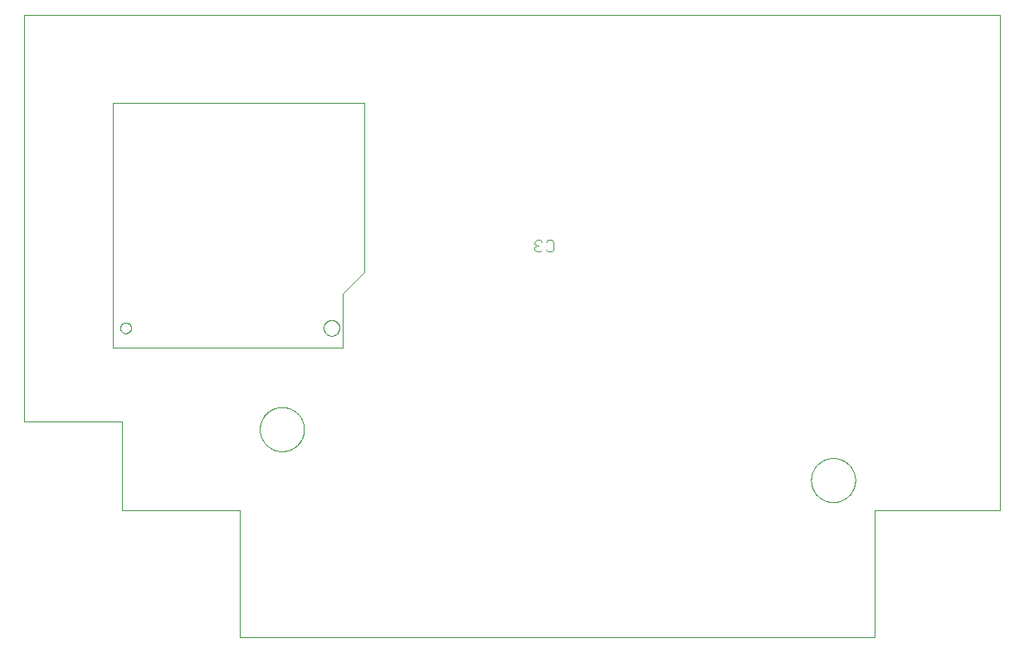
<source format=gbo>
G75*
%MOIN*%
%OFA0B0*%
%FSLAX25Y25*%
%IPPOS*%
%LPD*%
%AMOC8*
5,1,8,0,0,1.08239X$1,22.5*
%
%ADD10C,0.00000*%
%ADD11C,0.00394*%
%ADD12C,0.00400*%
D10*
X0044370Y0056181D02*
X0044370Y0091614D01*
X0005000Y0091614D01*
X0005000Y0255000D01*
X0396732Y0255000D01*
X0396732Y0056161D01*
X0346614Y0056161D01*
X0346614Y0056181D01*
X0346614Y0056161D02*
X0346614Y0005000D01*
X0091614Y0005000D01*
X0091614Y0056181D01*
X0044370Y0056181D01*
X0099607Y0088654D02*
X0099610Y0088871D01*
X0099618Y0089089D01*
X0099631Y0089306D01*
X0099650Y0089522D01*
X0099674Y0089738D01*
X0099703Y0089954D01*
X0099737Y0090168D01*
X0099777Y0090382D01*
X0099822Y0090595D01*
X0099872Y0090806D01*
X0099928Y0091017D01*
X0099988Y0091225D01*
X0100054Y0091433D01*
X0100125Y0091638D01*
X0100201Y0091842D01*
X0100281Y0092044D01*
X0100367Y0092244D01*
X0100457Y0092441D01*
X0100553Y0092637D01*
X0100653Y0092830D01*
X0100758Y0093020D01*
X0100867Y0093208D01*
X0100981Y0093393D01*
X0101100Y0093575D01*
X0101223Y0093755D01*
X0101350Y0093931D01*
X0101482Y0094104D01*
X0101618Y0094273D01*
X0101758Y0094440D01*
X0101902Y0094603D01*
X0102050Y0094762D01*
X0102201Y0094918D01*
X0102357Y0095069D01*
X0102516Y0095217D01*
X0102679Y0095361D01*
X0102846Y0095501D01*
X0103015Y0095637D01*
X0103188Y0095769D01*
X0103364Y0095896D01*
X0103544Y0096019D01*
X0103726Y0096138D01*
X0103911Y0096252D01*
X0104099Y0096361D01*
X0104289Y0096466D01*
X0104482Y0096566D01*
X0104678Y0096662D01*
X0104875Y0096752D01*
X0105075Y0096838D01*
X0105277Y0096918D01*
X0105481Y0096994D01*
X0105686Y0097065D01*
X0105894Y0097131D01*
X0106102Y0097191D01*
X0106313Y0097247D01*
X0106524Y0097297D01*
X0106737Y0097342D01*
X0106951Y0097382D01*
X0107165Y0097416D01*
X0107381Y0097445D01*
X0107597Y0097469D01*
X0107813Y0097488D01*
X0108030Y0097501D01*
X0108248Y0097509D01*
X0108465Y0097512D01*
X0108682Y0097509D01*
X0108900Y0097501D01*
X0109117Y0097488D01*
X0109333Y0097469D01*
X0109549Y0097445D01*
X0109765Y0097416D01*
X0109979Y0097382D01*
X0110193Y0097342D01*
X0110406Y0097297D01*
X0110617Y0097247D01*
X0110828Y0097191D01*
X0111036Y0097131D01*
X0111244Y0097065D01*
X0111449Y0096994D01*
X0111653Y0096918D01*
X0111855Y0096838D01*
X0112055Y0096752D01*
X0112252Y0096662D01*
X0112448Y0096566D01*
X0112641Y0096466D01*
X0112831Y0096361D01*
X0113019Y0096252D01*
X0113204Y0096138D01*
X0113386Y0096019D01*
X0113566Y0095896D01*
X0113742Y0095769D01*
X0113915Y0095637D01*
X0114084Y0095501D01*
X0114251Y0095361D01*
X0114414Y0095217D01*
X0114573Y0095069D01*
X0114729Y0094918D01*
X0114880Y0094762D01*
X0115028Y0094603D01*
X0115172Y0094440D01*
X0115312Y0094273D01*
X0115448Y0094104D01*
X0115580Y0093931D01*
X0115707Y0093755D01*
X0115830Y0093575D01*
X0115949Y0093393D01*
X0116063Y0093208D01*
X0116172Y0093020D01*
X0116277Y0092830D01*
X0116377Y0092637D01*
X0116473Y0092441D01*
X0116563Y0092244D01*
X0116649Y0092044D01*
X0116729Y0091842D01*
X0116805Y0091638D01*
X0116876Y0091433D01*
X0116942Y0091225D01*
X0117002Y0091017D01*
X0117058Y0090806D01*
X0117108Y0090595D01*
X0117153Y0090382D01*
X0117193Y0090168D01*
X0117227Y0089954D01*
X0117256Y0089738D01*
X0117280Y0089522D01*
X0117299Y0089306D01*
X0117312Y0089089D01*
X0117320Y0088871D01*
X0117323Y0088654D01*
X0117320Y0088437D01*
X0117312Y0088219D01*
X0117299Y0088002D01*
X0117280Y0087786D01*
X0117256Y0087570D01*
X0117227Y0087354D01*
X0117193Y0087140D01*
X0117153Y0086926D01*
X0117108Y0086713D01*
X0117058Y0086502D01*
X0117002Y0086291D01*
X0116942Y0086083D01*
X0116876Y0085875D01*
X0116805Y0085670D01*
X0116729Y0085466D01*
X0116649Y0085264D01*
X0116563Y0085064D01*
X0116473Y0084867D01*
X0116377Y0084671D01*
X0116277Y0084478D01*
X0116172Y0084288D01*
X0116063Y0084100D01*
X0115949Y0083915D01*
X0115830Y0083733D01*
X0115707Y0083553D01*
X0115580Y0083377D01*
X0115448Y0083204D01*
X0115312Y0083035D01*
X0115172Y0082868D01*
X0115028Y0082705D01*
X0114880Y0082546D01*
X0114729Y0082390D01*
X0114573Y0082239D01*
X0114414Y0082091D01*
X0114251Y0081947D01*
X0114084Y0081807D01*
X0113915Y0081671D01*
X0113742Y0081539D01*
X0113566Y0081412D01*
X0113386Y0081289D01*
X0113204Y0081170D01*
X0113019Y0081056D01*
X0112831Y0080947D01*
X0112641Y0080842D01*
X0112448Y0080742D01*
X0112252Y0080646D01*
X0112055Y0080556D01*
X0111855Y0080470D01*
X0111653Y0080390D01*
X0111449Y0080314D01*
X0111244Y0080243D01*
X0111036Y0080177D01*
X0110828Y0080117D01*
X0110617Y0080061D01*
X0110406Y0080011D01*
X0110193Y0079966D01*
X0109979Y0079926D01*
X0109765Y0079892D01*
X0109549Y0079863D01*
X0109333Y0079839D01*
X0109117Y0079820D01*
X0108900Y0079807D01*
X0108682Y0079799D01*
X0108465Y0079796D01*
X0108248Y0079799D01*
X0108030Y0079807D01*
X0107813Y0079820D01*
X0107597Y0079839D01*
X0107381Y0079863D01*
X0107165Y0079892D01*
X0106951Y0079926D01*
X0106737Y0079966D01*
X0106524Y0080011D01*
X0106313Y0080061D01*
X0106102Y0080117D01*
X0105894Y0080177D01*
X0105686Y0080243D01*
X0105481Y0080314D01*
X0105277Y0080390D01*
X0105075Y0080470D01*
X0104875Y0080556D01*
X0104678Y0080646D01*
X0104482Y0080742D01*
X0104289Y0080842D01*
X0104099Y0080947D01*
X0103911Y0081056D01*
X0103726Y0081170D01*
X0103544Y0081289D01*
X0103364Y0081412D01*
X0103188Y0081539D01*
X0103015Y0081671D01*
X0102846Y0081807D01*
X0102679Y0081947D01*
X0102516Y0082091D01*
X0102357Y0082239D01*
X0102201Y0082390D01*
X0102050Y0082546D01*
X0101902Y0082705D01*
X0101758Y0082868D01*
X0101618Y0083035D01*
X0101482Y0083204D01*
X0101350Y0083377D01*
X0101223Y0083553D01*
X0101100Y0083733D01*
X0100981Y0083915D01*
X0100867Y0084100D01*
X0100758Y0084288D01*
X0100653Y0084478D01*
X0100553Y0084671D01*
X0100457Y0084867D01*
X0100367Y0085064D01*
X0100281Y0085264D01*
X0100201Y0085466D01*
X0100125Y0085670D01*
X0100054Y0085875D01*
X0099988Y0086083D01*
X0099928Y0086291D01*
X0099872Y0086502D01*
X0099822Y0086713D01*
X0099777Y0086926D01*
X0099737Y0087140D01*
X0099703Y0087354D01*
X0099674Y0087570D01*
X0099650Y0087786D01*
X0099631Y0088002D01*
X0099618Y0088219D01*
X0099610Y0088437D01*
X0099607Y0088654D01*
X0125216Y0129323D02*
X0125218Y0129435D01*
X0125224Y0129546D01*
X0125234Y0129658D01*
X0125248Y0129769D01*
X0125265Y0129879D01*
X0125287Y0129989D01*
X0125313Y0130098D01*
X0125342Y0130206D01*
X0125375Y0130312D01*
X0125412Y0130418D01*
X0125453Y0130522D01*
X0125498Y0130625D01*
X0125546Y0130726D01*
X0125597Y0130825D01*
X0125652Y0130922D01*
X0125711Y0131017D01*
X0125772Y0131111D01*
X0125837Y0131202D01*
X0125906Y0131290D01*
X0125977Y0131376D01*
X0126051Y0131460D01*
X0126129Y0131540D01*
X0126209Y0131618D01*
X0126292Y0131694D01*
X0126377Y0131766D01*
X0126465Y0131835D01*
X0126555Y0131901D01*
X0126648Y0131963D01*
X0126743Y0132023D01*
X0126840Y0132079D01*
X0126938Y0132131D01*
X0127039Y0132180D01*
X0127141Y0132225D01*
X0127245Y0132267D01*
X0127350Y0132305D01*
X0127457Y0132339D01*
X0127564Y0132369D01*
X0127673Y0132396D01*
X0127782Y0132418D01*
X0127893Y0132437D01*
X0128003Y0132452D01*
X0128115Y0132463D01*
X0128226Y0132470D01*
X0128338Y0132473D01*
X0128450Y0132472D01*
X0128562Y0132467D01*
X0128673Y0132458D01*
X0128784Y0132445D01*
X0128895Y0132428D01*
X0129005Y0132408D01*
X0129114Y0132383D01*
X0129222Y0132355D01*
X0129329Y0132322D01*
X0129435Y0132286D01*
X0129539Y0132246D01*
X0129642Y0132203D01*
X0129744Y0132156D01*
X0129843Y0132105D01*
X0129941Y0132051D01*
X0130037Y0131993D01*
X0130131Y0131932D01*
X0130222Y0131868D01*
X0130311Y0131801D01*
X0130398Y0131730D01*
X0130482Y0131656D01*
X0130564Y0131580D01*
X0130642Y0131500D01*
X0130718Y0131418D01*
X0130791Y0131333D01*
X0130861Y0131246D01*
X0130927Y0131156D01*
X0130991Y0131064D01*
X0131051Y0130970D01*
X0131108Y0130874D01*
X0131161Y0130775D01*
X0131211Y0130675D01*
X0131257Y0130574D01*
X0131300Y0130470D01*
X0131339Y0130365D01*
X0131374Y0130259D01*
X0131405Y0130152D01*
X0131433Y0130043D01*
X0131456Y0129934D01*
X0131476Y0129824D01*
X0131492Y0129713D01*
X0131504Y0129602D01*
X0131512Y0129491D01*
X0131516Y0129379D01*
X0131516Y0129267D01*
X0131512Y0129155D01*
X0131504Y0129044D01*
X0131492Y0128933D01*
X0131476Y0128822D01*
X0131456Y0128712D01*
X0131433Y0128603D01*
X0131405Y0128494D01*
X0131374Y0128387D01*
X0131339Y0128281D01*
X0131300Y0128176D01*
X0131257Y0128072D01*
X0131211Y0127971D01*
X0131161Y0127871D01*
X0131108Y0127772D01*
X0131051Y0127676D01*
X0130991Y0127582D01*
X0130927Y0127490D01*
X0130861Y0127400D01*
X0130791Y0127313D01*
X0130718Y0127228D01*
X0130642Y0127146D01*
X0130564Y0127066D01*
X0130482Y0126990D01*
X0130398Y0126916D01*
X0130311Y0126845D01*
X0130222Y0126778D01*
X0130131Y0126714D01*
X0130037Y0126653D01*
X0129941Y0126595D01*
X0129843Y0126541D01*
X0129744Y0126490D01*
X0129642Y0126443D01*
X0129539Y0126400D01*
X0129435Y0126360D01*
X0129329Y0126324D01*
X0129222Y0126291D01*
X0129114Y0126263D01*
X0129005Y0126238D01*
X0128895Y0126218D01*
X0128784Y0126201D01*
X0128673Y0126188D01*
X0128562Y0126179D01*
X0128450Y0126174D01*
X0128338Y0126173D01*
X0128226Y0126176D01*
X0128115Y0126183D01*
X0128003Y0126194D01*
X0127893Y0126209D01*
X0127782Y0126228D01*
X0127673Y0126250D01*
X0127564Y0126277D01*
X0127457Y0126307D01*
X0127350Y0126341D01*
X0127245Y0126379D01*
X0127141Y0126421D01*
X0127039Y0126466D01*
X0126938Y0126515D01*
X0126840Y0126567D01*
X0126743Y0126623D01*
X0126648Y0126683D01*
X0126555Y0126745D01*
X0126465Y0126811D01*
X0126377Y0126880D01*
X0126292Y0126952D01*
X0126209Y0127028D01*
X0126129Y0127106D01*
X0126051Y0127186D01*
X0125977Y0127270D01*
X0125906Y0127356D01*
X0125837Y0127444D01*
X0125772Y0127535D01*
X0125711Y0127629D01*
X0125652Y0127724D01*
X0125597Y0127821D01*
X0125546Y0127920D01*
X0125498Y0128021D01*
X0125453Y0128124D01*
X0125412Y0128228D01*
X0125375Y0128334D01*
X0125342Y0128440D01*
X0125313Y0128548D01*
X0125287Y0128657D01*
X0125265Y0128767D01*
X0125248Y0128877D01*
X0125234Y0128988D01*
X0125224Y0129100D01*
X0125218Y0129211D01*
X0125216Y0129323D01*
X0043524Y0129323D02*
X0043526Y0129416D01*
X0043532Y0129508D01*
X0043542Y0129600D01*
X0043556Y0129691D01*
X0043573Y0129782D01*
X0043595Y0129872D01*
X0043620Y0129961D01*
X0043649Y0130049D01*
X0043682Y0130135D01*
X0043719Y0130220D01*
X0043759Y0130304D01*
X0043803Y0130385D01*
X0043850Y0130465D01*
X0043900Y0130543D01*
X0043954Y0130618D01*
X0044011Y0130691D01*
X0044071Y0130761D01*
X0044134Y0130829D01*
X0044200Y0130894D01*
X0044268Y0130956D01*
X0044339Y0131016D01*
X0044413Y0131072D01*
X0044489Y0131125D01*
X0044567Y0131174D01*
X0044647Y0131221D01*
X0044729Y0131263D01*
X0044813Y0131303D01*
X0044898Y0131338D01*
X0044985Y0131370D01*
X0045073Y0131399D01*
X0045162Y0131423D01*
X0045252Y0131444D01*
X0045343Y0131460D01*
X0045435Y0131473D01*
X0045527Y0131482D01*
X0045620Y0131487D01*
X0045712Y0131488D01*
X0045805Y0131485D01*
X0045897Y0131478D01*
X0045989Y0131467D01*
X0046080Y0131452D01*
X0046171Y0131434D01*
X0046261Y0131411D01*
X0046349Y0131385D01*
X0046437Y0131355D01*
X0046523Y0131321D01*
X0046607Y0131284D01*
X0046690Y0131242D01*
X0046771Y0131198D01*
X0046851Y0131150D01*
X0046928Y0131099D01*
X0047002Y0131044D01*
X0047075Y0130986D01*
X0047145Y0130926D01*
X0047212Y0130862D01*
X0047276Y0130796D01*
X0047338Y0130726D01*
X0047396Y0130655D01*
X0047451Y0130581D01*
X0047503Y0130504D01*
X0047552Y0130425D01*
X0047598Y0130345D01*
X0047640Y0130262D01*
X0047678Y0130178D01*
X0047713Y0130092D01*
X0047744Y0130005D01*
X0047771Y0129917D01*
X0047794Y0129827D01*
X0047814Y0129737D01*
X0047830Y0129646D01*
X0047842Y0129554D01*
X0047850Y0129462D01*
X0047854Y0129369D01*
X0047854Y0129277D01*
X0047850Y0129184D01*
X0047842Y0129092D01*
X0047830Y0129000D01*
X0047814Y0128909D01*
X0047794Y0128819D01*
X0047771Y0128729D01*
X0047744Y0128641D01*
X0047713Y0128554D01*
X0047678Y0128468D01*
X0047640Y0128384D01*
X0047598Y0128301D01*
X0047552Y0128221D01*
X0047503Y0128142D01*
X0047451Y0128065D01*
X0047396Y0127991D01*
X0047338Y0127920D01*
X0047276Y0127850D01*
X0047212Y0127784D01*
X0047145Y0127720D01*
X0047075Y0127660D01*
X0047002Y0127602D01*
X0046928Y0127547D01*
X0046851Y0127496D01*
X0046772Y0127448D01*
X0046690Y0127404D01*
X0046607Y0127362D01*
X0046523Y0127325D01*
X0046437Y0127291D01*
X0046349Y0127261D01*
X0046261Y0127235D01*
X0046171Y0127212D01*
X0046080Y0127194D01*
X0045989Y0127179D01*
X0045897Y0127168D01*
X0045805Y0127161D01*
X0045712Y0127158D01*
X0045620Y0127159D01*
X0045527Y0127164D01*
X0045435Y0127173D01*
X0045343Y0127186D01*
X0045252Y0127202D01*
X0045162Y0127223D01*
X0045073Y0127247D01*
X0044985Y0127276D01*
X0044898Y0127308D01*
X0044813Y0127343D01*
X0044729Y0127383D01*
X0044647Y0127425D01*
X0044567Y0127472D01*
X0044489Y0127521D01*
X0044413Y0127574D01*
X0044339Y0127630D01*
X0044268Y0127690D01*
X0044200Y0127752D01*
X0044134Y0127817D01*
X0044071Y0127885D01*
X0044011Y0127955D01*
X0043954Y0128028D01*
X0043900Y0128103D01*
X0043850Y0128181D01*
X0043803Y0128261D01*
X0043759Y0128342D01*
X0043719Y0128426D01*
X0043682Y0128511D01*
X0043649Y0128597D01*
X0043620Y0128685D01*
X0043595Y0128774D01*
X0043573Y0128864D01*
X0043556Y0128955D01*
X0043542Y0129046D01*
X0043532Y0129138D01*
X0043526Y0129230D01*
X0043524Y0129323D01*
X0321024Y0068185D02*
X0321027Y0068402D01*
X0321035Y0068620D01*
X0321048Y0068837D01*
X0321067Y0069053D01*
X0321091Y0069269D01*
X0321120Y0069485D01*
X0321154Y0069699D01*
X0321194Y0069913D01*
X0321239Y0070126D01*
X0321289Y0070337D01*
X0321345Y0070548D01*
X0321405Y0070756D01*
X0321471Y0070964D01*
X0321542Y0071169D01*
X0321618Y0071373D01*
X0321698Y0071575D01*
X0321784Y0071775D01*
X0321874Y0071972D01*
X0321970Y0072168D01*
X0322070Y0072361D01*
X0322175Y0072551D01*
X0322284Y0072739D01*
X0322398Y0072924D01*
X0322517Y0073106D01*
X0322640Y0073286D01*
X0322767Y0073462D01*
X0322899Y0073635D01*
X0323035Y0073804D01*
X0323175Y0073971D01*
X0323319Y0074134D01*
X0323467Y0074293D01*
X0323618Y0074449D01*
X0323774Y0074600D01*
X0323933Y0074748D01*
X0324096Y0074892D01*
X0324263Y0075032D01*
X0324432Y0075168D01*
X0324605Y0075300D01*
X0324781Y0075427D01*
X0324961Y0075550D01*
X0325143Y0075669D01*
X0325328Y0075783D01*
X0325516Y0075892D01*
X0325706Y0075997D01*
X0325899Y0076097D01*
X0326095Y0076193D01*
X0326292Y0076283D01*
X0326492Y0076369D01*
X0326694Y0076449D01*
X0326898Y0076525D01*
X0327103Y0076596D01*
X0327311Y0076662D01*
X0327519Y0076722D01*
X0327730Y0076778D01*
X0327941Y0076828D01*
X0328154Y0076873D01*
X0328368Y0076913D01*
X0328582Y0076947D01*
X0328798Y0076976D01*
X0329014Y0077000D01*
X0329230Y0077019D01*
X0329447Y0077032D01*
X0329665Y0077040D01*
X0329882Y0077043D01*
X0330099Y0077040D01*
X0330317Y0077032D01*
X0330534Y0077019D01*
X0330750Y0077000D01*
X0330966Y0076976D01*
X0331182Y0076947D01*
X0331396Y0076913D01*
X0331610Y0076873D01*
X0331823Y0076828D01*
X0332034Y0076778D01*
X0332245Y0076722D01*
X0332453Y0076662D01*
X0332661Y0076596D01*
X0332866Y0076525D01*
X0333070Y0076449D01*
X0333272Y0076369D01*
X0333472Y0076283D01*
X0333669Y0076193D01*
X0333865Y0076097D01*
X0334058Y0075997D01*
X0334248Y0075892D01*
X0334436Y0075783D01*
X0334621Y0075669D01*
X0334803Y0075550D01*
X0334983Y0075427D01*
X0335159Y0075300D01*
X0335332Y0075168D01*
X0335501Y0075032D01*
X0335668Y0074892D01*
X0335831Y0074748D01*
X0335990Y0074600D01*
X0336146Y0074449D01*
X0336297Y0074293D01*
X0336445Y0074134D01*
X0336589Y0073971D01*
X0336729Y0073804D01*
X0336865Y0073635D01*
X0336997Y0073462D01*
X0337124Y0073286D01*
X0337247Y0073106D01*
X0337366Y0072924D01*
X0337480Y0072739D01*
X0337589Y0072551D01*
X0337694Y0072361D01*
X0337794Y0072168D01*
X0337890Y0071972D01*
X0337980Y0071775D01*
X0338066Y0071575D01*
X0338146Y0071373D01*
X0338222Y0071169D01*
X0338293Y0070964D01*
X0338359Y0070756D01*
X0338419Y0070548D01*
X0338475Y0070337D01*
X0338525Y0070126D01*
X0338570Y0069913D01*
X0338610Y0069699D01*
X0338644Y0069485D01*
X0338673Y0069269D01*
X0338697Y0069053D01*
X0338716Y0068837D01*
X0338729Y0068620D01*
X0338737Y0068402D01*
X0338740Y0068185D01*
X0338737Y0067968D01*
X0338729Y0067750D01*
X0338716Y0067533D01*
X0338697Y0067317D01*
X0338673Y0067101D01*
X0338644Y0066885D01*
X0338610Y0066671D01*
X0338570Y0066457D01*
X0338525Y0066244D01*
X0338475Y0066033D01*
X0338419Y0065822D01*
X0338359Y0065614D01*
X0338293Y0065406D01*
X0338222Y0065201D01*
X0338146Y0064997D01*
X0338066Y0064795D01*
X0337980Y0064595D01*
X0337890Y0064398D01*
X0337794Y0064202D01*
X0337694Y0064009D01*
X0337589Y0063819D01*
X0337480Y0063631D01*
X0337366Y0063446D01*
X0337247Y0063264D01*
X0337124Y0063084D01*
X0336997Y0062908D01*
X0336865Y0062735D01*
X0336729Y0062566D01*
X0336589Y0062399D01*
X0336445Y0062236D01*
X0336297Y0062077D01*
X0336146Y0061921D01*
X0335990Y0061770D01*
X0335831Y0061622D01*
X0335668Y0061478D01*
X0335501Y0061338D01*
X0335332Y0061202D01*
X0335159Y0061070D01*
X0334983Y0060943D01*
X0334803Y0060820D01*
X0334621Y0060701D01*
X0334436Y0060587D01*
X0334248Y0060478D01*
X0334058Y0060373D01*
X0333865Y0060273D01*
X0333669Y0060177D01*
X0333472Y0060087D01*
X0333272Y0060001D01*
X0333070Y0059921D01*
X0332866Y0059845D01*
X0332661Y0059774D01*
X0332453Y0059708D01*
X0332245Y0059648D01*
X0332034Y0059592D01*
X0331823Y0059542D01*
X0331610Y0059497D01*
X0331396Y0059457D01*
X0331182Y0059423D01*
X0330966Y0059394D01*
X0330750Y0059370D01*
X0330534Y0059351D01*
X0330317Y0059338D01*
X0330099Y0059330D01*
X0329882Y0059327D01*
X0329665Y0059330D01*
X0329447Y0059338D01*
X0329230Y0059351D01*
X0329014Y0059370D01*
X0328798Y0059394D01*
X0328582Y0059423D01*
X0328368Y0059457D01*
X0328154Y0059497D01*
X0327941Y0059542D01*
X0327730Y0059592D01*
X0327519Y0059648D01*
X0327311Y0059708D01*
X0327103Y0059774D01*
X0326898Y0059845D01*
X0326694Y0059921D01*
X0326492Y0060001D01*
X0326292Y0060087D01*
X0326095Y0060177D01*
X0325899Y0060273D01*
X0325706Y0060373D01*
X0325516Y0060478D01*
X0325328Y0060587D01*
X0325143Y0060701D01*
X0324961Y0060820D01*
X0324781Y0060943D01*
X0324605Y0061070D01*
X0324432Y0061202D01*
X0324263Y0061338D01*
X0324096Y0061478D01*
X0323933Y0061622D01*
X0323774Y0061770D01*
X0323618Y0061921D01*
X0323467Y0062077D01*
X0323319Y0062236D01*
X0323175Y0062399D01*
X0323035Y0062566D01*
X0322899Y0062735D01*
X0322767Y0062908D01*
X0322640Y0063084D01*
X0322517Y0063264D01*
X0322398Y0063446D01*
X0322284Y0063631D01*
X0322175Y0063819D01*
X0322070Y0064009D01*
X0321970Y0064202D01*
X0321874Y0064398D01*
X0321784Y0064595D01*
X0321698Y0064795D01*
X0321618Y0064997D01*
X0321542Y0065201D01*
X0321471Y0065406D01*
X0321405Y0065614D01*
X0321345Y0065822D01*
X0321289Y0066033D01*
X0321239Y0066244D01*
X0321194Y0066457D01*
X0321154Y0066671D01*
X0321120Y0066885D01*
X0321091Y0067101D01*
X0321067Y0067317D01*
X0321048Y0067533D01*
X0321035Y0067750D01*
X0321027Y0067968D01*
X0321024Y0068185D01*
D11*
X0141535Y0151803D02*
X0132874Y0143142D01*
X0132874Y0121449D01*
X0129882Y0121449D01*
X0129843Y0121449D02*
X0040394Y0121449D01*
X0040394Y0219677D01*
X0141535Y0219677D01*
X0141535Y0151803D01*
D12*
X0209942Y0160830D02*
X0210709Y0160062D01*
X0212244Y0160062D01*
X0213011Y0160830D01*
X0214546Y0160830D02*
X0215313Y0160062D01*
X0216848Y0160062D01*
X0217615Y0160830D01*
X0217615Y0163899D01*
X0216848Y0164666D01*
X0215313Y0164666D01*
X0214546Y0163899D01*
X0213011Y0163899D02*
X0212244Y0164666D01*
X0210709Y0164666D01*
X0209942Y0163899D01*
X0209942Y0163131D01*
X0210709Y0162364D01*
X0209942Y0161597D01*
X0209942Y0160830D01*
X0210709Y0162364D02*
X0211476Y0162364D01*
M02*

</source>
